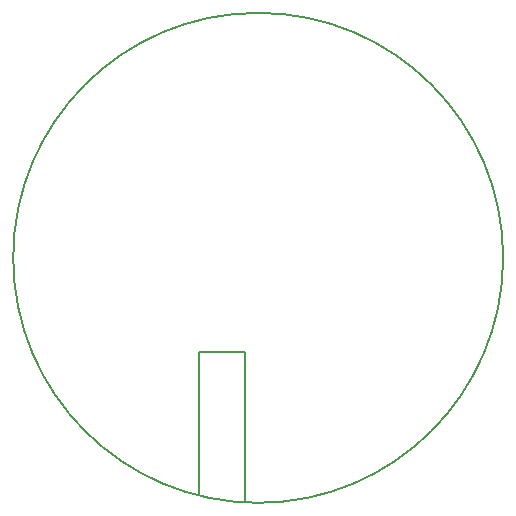
<source format=gbr>
%TF.GenerationSoftware,KiCad,Pcbnew,4.0.2+dfsg1-stable*%
%TF.CreationDate,2018-01-15T17:57:19-07:00*%
%TF.ProjectId,firefly2,66697265666C79322E6B696361645F70,rev?*%
%TF.FileFunction,Profile,NP*%
%FSLAX46Y46*%
G04 Gerber Fmt 4.6, Leading zero omitted, Abs format (unit mm)*
G04 Created by KiCad (PCBNEW 4.0.2+dfsg1-stable) date Mon 15 Jan 2018 05:57:19 PM MST*
%MOMM*%
G01*
G04 APERTURE LIST*
%ADD10C,0.100000*%
%ADD11C,0.150000*%
G04 APERTURE END LIST*
D10*
D11*
X155000000Y-71500000D02*
X155000000Y-83600000D01*
X158900000Y-71500000D02*
X155000000Y-71500000D01*
X158900000Y-84200000D02*
X158900000Y-71500000D01*
X180761311Y-63500000D02*
G75*
G03X180761311Y-63500000I-20741311J0D01*
G01*
M02*

</source>
